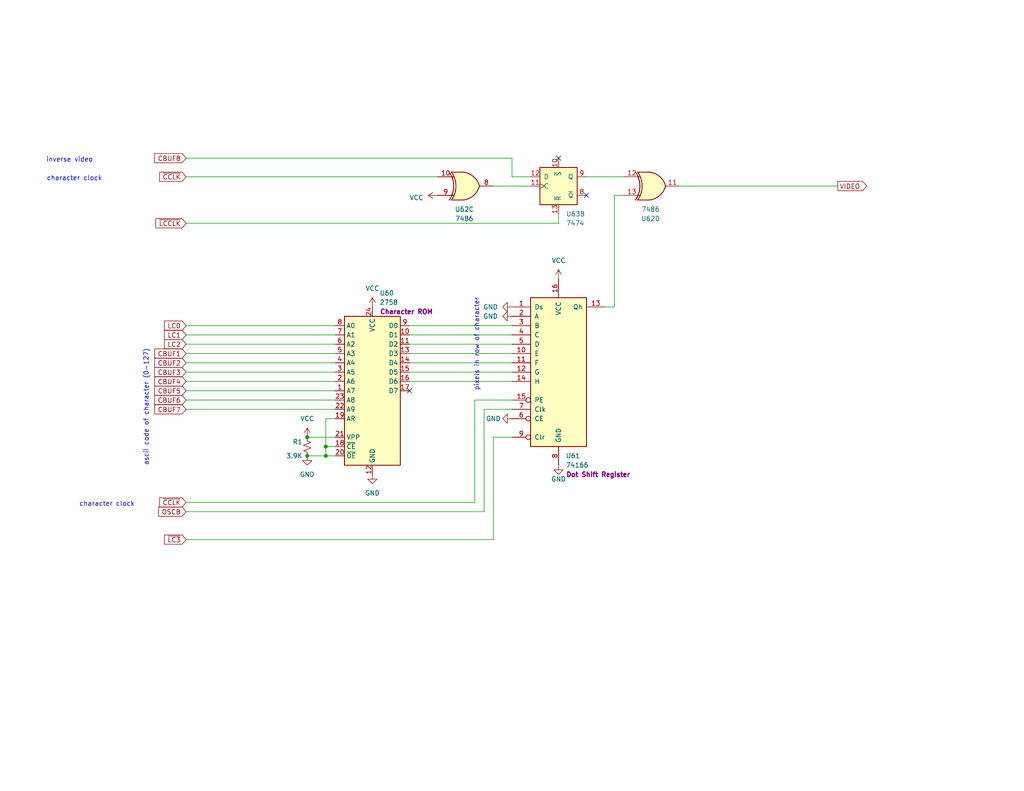
<source format=kicad_sch>
(kicad_sch (version 20231120) (generator "eeschema") (generator_version "8.0")
  (paper "USLetter")
  (lib_symbols
    (symbol "74xx:74LS166" (pin_names (offset 1.016))
      (property "Reference" "U" (at -7.62 21.59 0))
      (property "Value" "74LS166" (at -7.62 -21.59 0))
      (symbol "74LS166_1_0"
        (pin input line (at -12.7 17.78 0) (length 5.08) (name "Ds") (number "1"))
        (pin input line (at -12.7 5.08 0) (length 5.08) (name "E") (number "10"))
        (pin input line (at -12.7 2.54 0) (length 5.08) (name "F") (number "11"))
        (pin input line (at -12.7 0 0) (length 5.08) (name "G") (number "12"))
        (pin output line (at 12.7 17.78 180) (length 5.08) (name "Qh") (number "13"))
        (pin input line (at -12.7 -2.54 0) (length 5.08) (name "H") (number "14"))
        (pin input inverted (at -12.7 -7.62 0) (length 5.08) (name "PE") (number "15"))
        (pin power_in line (at 0 25.4 270) (length 5.08) (name "VCC") (number "16"))
        (pin input line (at -12.7 15.24 0) (length 5.08) (name "A") (number "2"))
        (pin input line (at -12.7 12.7 0) (length 5.08) (name "B") (number "3"))
        (pin input line (at -12.7 10.16 0) (length 5.08) (name "C") (number "4"))
        (pin input line (at -12.7 7.62 0) (length 5.08) (name "D") (number "5"))
        (pin input inverted (at -12.7 -12.7 0) (length 5.08) (name "CE") (number "6"))
        (pin input line (at -12.7 -10.16 0) (length 5.08) (name "Clk") (number "7"))
        (pin power_in line (at 0 -25.4 90) (length 5.08) (name "GND") (number "8"))
        (pin input inverted (at -12.7 -17.78 0) (length 5.08) (name "Clr") (number "9"))
      )
      (symbol "74LS166_1_1"
        (rectangle (start -7.62 20.32) (end 7.62 -20.32) (stroke (width 0.254)) (fill (type background)))
      )
    )
    (symbol "74xx:74LS74" (pin_names (offset 1.016))
      (property "Reference" "U" (at -7.62 8.89 0))
      (property "Value" "74LS74" (at -7.62 -8.89 0))
      (symbol "74LS74_1_0"
        (pin input line (at 0 -7.62 90) (length 2.54) (name "~{R}") (number "1"))
        (pin input line (at -7.62 2.54 0) (length 2.54) (name "D") (number "2"))
        (pin input clock (at -7.62 0 0) (length 2.54) (name "C") (number "3"))
        (pin input line (at 0 7.62 270) (length 2.54) (name "~{S}") (number "4"))
        (pin output line (at 7.62 2.54 180) (length 2.54) (name "Q") (number "5"))
        (pin output line (at 7.62 -2.54 180) (length 2.54) (name "~{Q}") (number "6"))
      )
      (symbol "74LS74_1_1"
        (rectangle (start -5.08 5.08) (end 5.08 -5.08) (stroke (width 0.254)) (fill (type background)))
      )
      (symbol "74LS74_2_0"
        (pin input line (at 0 7.62 270) (length 2.54) (name "~{S}") (number "10"))
        (pin input clock (at -7.62 0 0) (length 2.54) (name "C") (number "11"))
        (pin input line (at -7.62 2.54 0) (length 2.54) (name "D") (number "12"))
        (pin input line (at 0 -7.62 90) (length 2.54) (name "~{R}") (number "13"))
        (pin output line (at 7.62 -2.54 180) (length 2.54) (name "~{Q}") (number "8"))
        (pin output line (at 7.62 2.54 180) (length 2.54) (name "Q") (number "9"))
      )
      (symbol "74LS74_2_1"
        (rectangle (start -5.08 5.08) (end 5.08 -5.08) (stroke (width 0.254)) (fill (type background)))
      )
      (symbol "74LS74_3_0"
        (pin power_in line (at 0 10.16 270) (length 2.54) (name "VCC") (number "14"))
        (pin power_in line (at 0 -10.16 90) (length 2.54) (name "GND") (number "7"))
      )
      (symbol "74LS74_3_1"
        (rectangle (start -5.08 7.62) (end 5.08 -7.62) (stroke (width 0.254)) (fill (type background)))
      )
    )
    (symbol "74xx:74LS86" (pin_names (offset 1.016))
      (property "Reference" "U" (at 0 1.27 0))
      (property "Value" "74LS86" (at 0 -1.27 0))
      (symbol "74LS86_1_0"
        (arc (start -4.4196 -3.81) (mid -3.2033 0) (end -4.4196 3.81) (stroke (width 0.254)))
        (arc (start -3.81 -3.81) (mid -2.589 0) (end -3.81 3.81) (stroke (width 0.254)))
        (arc (start -0.6096 -3.81) (mid 2.1855 -2.584) (end 3.81 0) (stroke (width 0.254)) (fill (type background)))
        (polyline (pts (xy -3.81 -3.81) (xy -0.635 -3.81)) (stroke (width 0.254)) (fill (type background)))
        (polyline (pts (xy -3.81 3.81) (xy -0.635 3.81)) (stroke (width 0.254)) (fill (type background)))
        (polyline (pts (xy -0.635 3.81) (xy -3.81 3.81) (xy -3.81 3.81) (xy -3.556 3.4036) (xy -3.0226 2.2606) (xy -2.6924 1.0414) (xy -2.6162 -0.254) (xy -2.7686 -1.4986) (xy -3.175 -2.7178) (xy -3.81 -3.81) (xy -3.81 -3.81) (xy -0.635 -3.81)) (stroke (width -25.4)) (fill (type background)))
        (arc (start 3.81 0) (mid 2.1928 2.5925) (end -0.6096 3.81) (stroke (width 0.254)) (fill (type background)))
        (pin input line (at -7.62 2.54 0) (length 4.445) (name "~") (number "1"))
        (pin input line (at -7.62 -2.54 0) (length 4.445) (name "~") (number "2"))
        (pin output line (at 7.62 0 180) (length 3.81) (name "~") (number "3"))
      )
      (symbol "74LS86_1_1"
        (polyline (pts (xy -3.81 -2.54) (xy -3.175 -2.54)) (stroke (width 0.1524)))
        (polyline (pts (xy -3.81 2.54) (xy -3.175 2.54)) (stroke (width 0.1524)))
      )
      (symbol "74LS86_2_0"
        (arc (start -4.4196 -3.81) (mid -3.2033 0) (end -4.4196 3.81) (stroke (width 0.254)))
        (arc (start -3.81 -3.81) (mid -2.589 0) (end -3.81 3.81) (stroke (width 0.254)))
        (arc (start -0.6096 -3.81) (mid 2.1855 -2.584) (end 3.81 0) (stroke (width 0.254)) (fill (type background)))
        (polyline (pts (xy -3.81 -3.81) (xy -0.635 -3.81)) (stroke (width 0.254)) (fill (type background)))
        (polyline (pts (xy -3.81 3.81) (xy -0.635 3.81)) (stroke (width 0.254)) (fill (type background)))
        (polyline (pts (xy -0.635 3.81) (xy -3.81 3.81) (xy -3.81 3.81) (xy -3.556 3.4036) (xy -3.0226 2.2606) (xy -2.6924 1.0414) (xy -2.6162 -0.254) (xy -2.7686 -1.4986) (xy -3.175 -2.7178) (xy -3.81 -3.81) (xy -3.81 -3.81) (xy -0.635 -3.81)) (stroke (width -25.4)) (fill (type background)))
        (arc (start 3.81 0) (mid 2.1928 2.5925) (end -0.6096 3.81) (stroke (width 0.254)) (fill (type background)))
        (pin input line (at -7.62 2.54 0) (length 4.445) (name "~") (number "4"))
        (pin input line (at -7.62 -2.54 0) (length 4.445) (name "~") (number "5"))
        (pin output line (at 7.62 0 180) (length 3.81) (name "~") (number "6"))
      )
      (symbol "74LS86_2_1"
        (polyline (pts (xy -3.81 -2.54) (xy -3.175 -2.54)) (stroke (width 0.1524)))
        (polyline (pts (xy -3.81 2.54) (xy -3.175 2.54)) (stroke (width 0.1524)))
      )
      (symbol "74LS86_3_0"
        (arc (start -4.4196 -3.81) (mid -3.2033 0) (end -4.4196 3.81) (stroke (width 0.254)))
        (arc (start -3.81 -3.81) (mid -2.589 0) (end -3.81 3.81) (stroke (width 0.254)))
        (arc (start -0.6096 -3.81) (mid 2.1855 -2.584) (end 3.81 0) (stroke (width 0.254)) (fill (type background)))
        (polyline (pts (xy -3.81 -3.81) (xy -0.635 -3.81)) (stroke (width 0.254)) (fill (type background)))
        (polyline (pts (xy -3.81 3.81) (xy -0.635 3.81)) (stroke (width 0.254)) (fill (type background)))
        (polyline (pts (xy -0.635 3.81) (xy -3.81 3.81) (xy -3.81 3.81) (xy -3.556 3.4036) (xy -3.0226 2.2606) (xy -2.6924 1.0414) (xy -2.6162 -0.254) (xy -2.7686 -1.4986) (xy -3.175 -2.7178) (xy -3.81 -3.81) (xy -3.81 -3.81) (xy -0.635 -3.81)) (stroke (width -25.4)) (fill (type background)))
        (arc (start 3.81 0) (mid 2.1928 2.5925) (end -0.6096 3.81) (stroke (width 0.254)) (fill (type background)))
        (pin input line (at -7.62 -2.54 0) (length 4.445) (name "~") (number "10"))
        (pin output line (at 7.62 0 180) (length 3.81) (name "~") (number "8"))
        (pin input line (at -7.62 2.54 0) (length 4.445) (name "~") (number "9"))
      )
      (symbol "74LS86_3_1"
        (polyline (pts (xy -3.81 -2.54) (xy -3.175 -2.54)) (stroke (width 0.1524)))
        (polyline (pts (xy -3.81 2.54) (xy -3.175 2.54)) (stroke (width 0.1524)))
      )
      (symbol "74LS86_4_0"
        (arc (start -4.4196 -3.81) (mid -3.2033 0) (end -4.4196 3.81) (stroke (width 0.254)))
        (arc (start -3.81 -3.81) (mid -2.589 0) (end -3.81 3.81) (stroke (width 0.254)))
        (arc (start -0.6096 -3.81) (mid 2.1855 -2.584) (end 3.81 0) (stroke (width 0.254)) (fill (type background)))
        (polyline (pts (xy -3.81 -3.81) (xy -0.635 -3.81)) (stroke (width 0.254)) (fill (type background)))
        (polyline (pts (xy -3.81 3.81) (xy -0.635 3.81)) (stroke (width 0.254)) (fill (type background)))
        (polyline (pts (xy -0.635 3.81) (xy -3.81 3.81) (xy -3.81 3.81) (xy -3.556 3.4036) (xy -3.0226 2.2606) (xy -2.6924 1.0414) (xy -2.6162 -0.254) (xy -2.7686 -1.4986) (xy -3.175 -2.7178) (xy -3.81 -3.81) (xy -3.81 -3.81) (xy -0.635 -3.81)) (stroke (width -25.4)) (fill (type background)))
        (arc (start 3.81 0) (mid 2.1928 2.5925) (end -0.6096 3.81) (stroke (width 0.254)) (fill (type background)))
        (pin output line (at 7.62 0 180) (length 3.81) (name "~") (number "11"))
        (pin input line (at -7.62 2.54 0) (length 4.445) (name "~") (number "12"))
        (pin input line (at -7.62 -2.54 0) (length 4.445) (name "~") (number "13"))
      )
      (symbol "74LS86_4_1"
        (polyline (pts (xy -3.81 -2.54) (xy -3.175 -2.54)) (stroke (width 0.1524)))
        (polyline (pts (xy -3.81 2.54) (xy -3.175 2.54)) (stroke (width 0.1524)))
      )
      (symbol "74LS86_5_0"
        (pin power_in line (at 0 12.7 270) (length 5.08) (name "VCC") (number "14"))
        (pin power_in line (at 0 -12.7 90) (length 5.08) (name "GND") (number "7"))
      )
      (symbol "74LS86_5_1"
        (rectangle (start -5.08 7.62) (end 5.08 -7.62) (stroke (width 0.254)) (fill (type background)))
      )
    )
    (symbol "Device:R_Small_US" (pin_numbers hide) (pin_names (offset 0.254) hide)
      (property "Reference" "R" (at 0.762 0.508 0))
      (property "Value" "R_Small_US" (at 0.762 -1.016 0))
      (symbol "R_Small_US_1_1"
        (polyline (pts (xy 0 0) (xy 1.016 -0.381) (xy 0 -0.762) (xy -1.016 -1.143) (xy 0 -1.524)))
        (polyline (pts (xy 0 1.524) (xy 1.016 1.143) (xy 0 0.762) (xy -1.016 0.381) (xy 0 0)))
        (pin passive line (at 0 2.54 270) (length 1.016) (name "~") (number "1"))
        (pin passive line (at 0 -2.54 90) (length 1.016) (name "~") (number "2"))
      )
    )
    (symbol "ambassador:2758"
      (property "Reference" "U" (at -7.62 21.59 0))
      (property "Value" "2758" (at 2.54 -21.59 0))
      (symbol "2758_1_1"
        (rectangle (start -7.62 20.32) (end 7.62 -20.32) (stroke (width 0.254)) (fill (type background)))
        (pin input line (at -10.16 0 0) (length 2.54) (name "A7") (number "1"))
        (pin tri_state line (at 10.16 15.24 180) (length 2.54) (name "D1") (number "10"))
        (pin tri_state line (at 10.16 12.7 180) (length 2.54) (name "D2") (number "11"))
        (pin power_in line (at 0 -22.86 90) (length 2.54) (name "GND") (number "12"))
        (pin tri_state line (at 10.16 10.16 180) (length 2.54) (name "D3") (number "13"))
        (pin tri_state line (at 10.16 7.62 180) (length 2.54) (name "D4") (number "14"))
        (pin tri_state line (at 10.16 5.08 180) (length 2.54) (name "D5") (number "15"))
        (pin tri_state line (at 10.16 2.54 180) (length 2.54) (name "D6") (number "16"))
        (pin tri_state line (at 10.16 0 180) (length 2.54) (name "D7") (number "17"))
        (pin input line (at -10.16 -15.24 0) (length 2.54) (name "~{CE}") (number "18"))
        (pin input line (at -10.16 -7.62 0) (length 2.54) (name "AR") (number "19"))
        (pin input line (at -10.16 2.54 0) (length 2.54) (name "A6") (number "2"))
        (pin input line (at -10.16 -17.78 0) (length 2.54) (name "~{OE}") (number "20"))
        (pin input line (at -10.16 -12.7 0) (length 2.54) (name "VPP") (number "21"))
        (pin input line (at -10.16 -5.08 0) (length 2.54) (name "A9") (number "22"))
        (pin input line (at -10.16 -2.54 0) (length 2.54) (name "A8") (number "23"))
        (pin power_in line (at 0 22.86 270) (length 2.54) (name "VCC") (number "24"))
        (pin input line (at -10.16 5.08 0) (length 2.54) (name "A5") (number "3"))
        (pin input line (at -10.16 7.62 0) (length 2.54) (name "A4") (number "4"))
        (pin input line (at -10.16 10.16 0) (length 2.54) (name "A3") (number "5"))
        (pin input line (at -10.16 12.7 0) (length 2.54) (name "A2") (number "6"))
        (pin input line (at -10.16 15.24 0) (length 2.54) (name "A1") (number "7"))
        (pin input line (at -10.16 17.78 0) (length 2.54) (name "A0") (number "8"))
        (pin tri_state line (at 10.16 17.78 180) (length 2.54) (name "D0") (number "9"))
      )
    )
    (symbol "power:GND" (power) (pin_names (offset 0))
      (property "Value" "GND" (at 0 -3.81 0))
      (symbol "GND_0_1"
        (polyline (pts (xy 0 0) (xy 0 -1.27) (xy 1.27 -1.27) (xy 0 -2.54) (xy -1.27 -1.27) (xy 0 -1.27)))
      )
      (symbol "GND_1_1"
        (pin power_in line (at 0 0 270) (length 0) hide (name "GND") (number "1"))
      )
    )
    (symbol "power:VCC" (power) (pin_names (offset 0))
      (property "Value" "VCC" (at 0 3.81 0))
      (symbol "VCC_0_1"
        (polyline (pts (xy -0.762 1.27) (xy 0 2.54)))
        (polyline (pts (xy 0 0) (xy 0 2.54)))
        (polyline (pts (xy 0 2.54) (xy 0.762 1.27)))
      )
      (symbol "VCC_1_1"
        (pin power_in line (at 0 0 90) (length 0) hide (name "VCC") (number "1"))
      )
    )
  )
  (junction (at 88.9 124.46))
  (junction (at 83.82 119.38))
  (junction (at 88.9 121.92))
  (junction (at 83.82 124.46))
  (no_connect (at 160.02 53.34))
  (no_connect (at 111.76 106.68))
  (no_connect (at 152.4 43.18))
  (wire (pts (xy 167.64 53.34) (xy 167.64 83.82)))
  (wire (pts (xy 111.76 104.14) (xy 139.7 104.14)))
  (wire (pts (xy 50.8 93.98) (xy 91.44 93.98)))
  (wire (pts (xy 134.62 147.32) (xy 134.62 119.38)))
  (wire (pts (xy 111.76 99.06) (xy 139.7 99.06)))
  (wire (pts (xy 88.9 121.92) (xy 91.44 121.92)))
  (wire (pts (xy 83.82 119.38) (xy 91.44 119.38)))
  (wire (pts (xy 167.64 83.82) (xy 165.1 83.82)))
  (wire (pts (xy 50.8 99.06) (xy 91.44 99.06)))
  (wire (pts (xy 91.44 106.68) (xy 50.8 106.68)))
  (wire (pts (xy 228.6 50.8) (xy 185.42 50.8)))
  (wire (pts (xy 88.9 124.46) (xy 91.44 124.46)))
  (wire (pts (xy 152.4 60.96) (xy 152.4 58.42)))
  (wire (pts (xy 132.08 139.7) (xy 132.08 111.76)))
  (wire (pts (xy 139.7 48.26) (xy 144.78 48.26)))
  (wire (pts (xy 111.76 93.98) (xy 139.7 93.98)))
  (wire (pts (xy 111.76 91.44) (xy 139.7 91.44)))
  (wire (pts (xy 91.44 111.76) (xy 50.8 111.76)))
  (wire (pts (xy 111.76 101.6) (xy 139.7 101.6)))
  (wire (pts (xy 129.54 137.16) (xy 129.54 109.22)))
  (wire (pts (xy 91.44 109.22) (xy 50.8 109.22)))
  (wire (pts (xy 50.8 147.32) (xy 134.62 147.32)))
  (wire (pts (xy 129.54 109.22) (xy 139.7 109.22)))
  (wire (pts (xy 88.9 114.3) (xy 88.9 121.92)))
  (wire (pts (xy 88.9 114.3) (xy 91.44 114.3)))
  (wire (pts (xy 132.08 111.76) (xy 139.7 111.76)))
  (wire (pts (xy 134.62 50.8) (xy 144.78 50.8)))
  (wire (pts (xy 50.8 60.96) (xy 152.4 60.96)))
  (wire (pts (xy 139.7 43.18) (xy 139.7 48.26)))
  (wire (pts (xy 83.82 124.46) (xy 88.9 124.46)))
  (wire (pts (xy 50.8 139.7) (xy 132.08 139.7)))
  (wire (pts (xy 50.8 104.14) (xy 91.44 104.14)))
  (wire (pts (xy 134.62 119.38) (xy 139.7 119.38)))
  (wire (pts (xy 50.8 43.18) (xy 139.7 43.18)))
  (wire (pts (xy 50.8 101.6) (xy 91.44 101.6)))
  (wire (pts (xy 160.02 48.26) (xy 170.18 48.26)))
  (wire (pts (xy 88.9 124.46) (xy 88.9 121.92)))
  (wire (pts (xy 167.64 53.34) (xy 170.18 53.34)))
  (wire (pts (xy 111.76 96.52) (xy 139.7 96.52)))
  (wire (pts (xy 50.8 48.26) (xy 119.38 48.26)))
  (wire (pts (xy 50.8 91.44) (xy 91.44 91.44)))
  (wire (pts (xy 50.8 137.16) (xy 129.54 137.16)))
  (wire (pts (xy 111.76 88.9) (xy 139.7 88.9)))
  (wire (pts (xy 50.8 96.52) (xy 91.44 96.52)))
  (wire (pts (xy 50.8 88.9) (xy 91.44 88.9)))
  (text "ascii code of character (0-127)" (at 40.64 95.25 90) (effects (font (size 1.27 1.27)) (justify right bottom)))
  (text "inverse video" (at 25.4 44.45 0) (effects (font (size 1.27 1.27)) (justify right bottom)))
  (text "character clock" (at 12.7 49.53 0) (effects (font (size 1.27 1.27)) (justify left bottom)))
  (text "character clock" (at 21.59 138.43 0) (effects (font (size 1.27 1.27)) (justify left bottom)))
  (text "pixels in row of character" (at 130.81 81.28 90) (effects (font (size 1.27 1.27)) (justify right bottom)))
  (global_label "CBUF6" (shape input) (at 50.8 109.22 180) (property "Intersheetrefs" "${INTERSHEET_REFS}" (effects (hide yes))))
  (global_label "CBUF3" (shape input) (at 50.8 101.6 180) (property "Intersheetrefs" "${INTERSHEET_REFS}" (effects (hide yes))))
  (global_label "~{LCCLK}" (shape input) (at 50.8 60.96 180) (property "Intersheetrefs" "${INTERSHEET_REFS}" (effects (hide yes))))
  (global_label "OSCB" (shape input) (at 50.8 139.7 180) (property "Intersheetrefs" "${INTERSHEET_REFS}" (effects (hide yes))))
  (global_label "CBUF7" (shape input) (at 50.8 111.76 180) (property "Intersheetrefs" "${INTERSHEET_REFS}" (effects (hide yes))))
  (global_label "LC2" (shape input) (at 50.8 93.98 180) (property "Intersheetrefs" "${INTERSHEET_REFS}" (effects (hide yes))))
  (global_label "~{CCLK}" (shape input) (at 50.8 137.16 180) (property "Intersheetrefs" "${INTERSHEET_REFS}" (effects (hide yes))))
  (global_label "LC0" (shape input) (at 50.8 88.9 180) (property "Intersheetrefs" "${INTERSHEET_REFS}" (effects (hide yes))))
  (global_label "CBUF2" (shape input) (at 50.8 99.06 180) (property "Intersheetrefs" "${INTERSHEET_REFS}" (effects (hide yes))))
  (global_label "~{CCLK}" (shape input) (at 50.8 48.26 180) (property "Intersheetrefs" "${INTERSHEET_REFS}" (effects (hide yes))))
  (global_label "VIDEO" (shape output) (at 228.6 50.8 0) (property "Intersheetrefs" "${INTERSHEET_REFS}" (effects (hide yes))))
  (global_label "CBUF4" (shape input) (at 50.8 104.14 180) (property "Intersheetrefs" "${INTERSHEET_REFS}" (effects (hide yes))))
  (global_label "CBUF1" (shape input) (at 50.8 96.52 180) (property "Intersheetrefs" "${INTERSHEET_REFS}" (effects (hide yes))))
  (global_label "CBUF8" (shape input) (at 50.8 43.18 180) (property "Intersheetrefs" "${INTERSHEET_REFS}" (effects (hide yes))))
  (global_label "~{LC3}" (shape input) (at 50.8 147.32 180) (property "Intersheetrefs" "${INTERSHEET_REFS}" (effects (hide yes))))
  (global_label "LC1" (shape input) (at 50.8 91.44 180) (property "Intersheetrefs" "${INTERSHEET_REFS}" (effects (hide yes))))
  (global_label "CBUF5" (shape input) (at 50.8 106.68 180) (property "Intersheetrefs" "${INTERSHEET_REFS}" (effects (hide yes))))
  (symbol (lib_id "power:GND") (at 152.4 127 0) (unit 1)
    (property "Reference" "#PWR0233" (effects (hide yes)))
    (property "Value" "GND" (at 152.4 130.81 0))
  )
  (symbol (lib_id "power:VCC") (at 83.82 119.38 0) (unit 1)
    (property "Reference" "#PWR0163" (effects (hide yes)))
    (property "Value" "VCC" (at 83.82 114.3 0))
  )
  (symbol (lib_id "power:GND") (at 101.6 129.54 0) (unit 1)
    (property "Reference" "#PWR0168" (effects (hide yes)))
    (property "Value" "GND" (at 101.6 134.62 0))
  )
  (symbol (lib_id "power:GND") (at 83.82 124.46 0) (unit 1)
    (property "Reference" "#PWR0164" (effects (hide yes)))
    (property "Value" "GND" (at 83.82 129.54 0))
  )
  (symbol (lib_id "power:GND") (at 139.7 86.36 270) (unit 1)
    (property "Reference" "#PWR0161" (effects (hide yes)))
    (property "Value" "GND" (at 135.89 86.3599 90) (effects (justify right)))
  )
  (symbol (lib_id "power:VCC") (at 152.4 76.2 0) (unit 1)
    (property "Reference" "#PWR0169" (effects (hide yes)))
    (property "Value" "VCC" (at 152.4 71.12 0))
  )
  (symbol (lib_id "power:VCC") (at 101.6 83.82 0) (unit 1)
    (property "Reference" "#PWR0165" (effects (hide yes)))
    (property "Value" "VCC" (at 101.6 78.74 0))
  )
  (symbol (lib_id "power:GND") (at 139.7 83.82 270) (unit 1)
    (property "Reference" "#PWR0160" (effects (hide yes)))
    (property "Value" "GND" (at 135.89 83.8199 90) (effects (justify right)))
  )
  (symbol (lib_id "74xx:74LS86") (at 127 50.8 0) (mirror x) (unit 3)
    (property "Reference" "U62" (at 126.6952 57.15 0))
    (property "Value" "7486" (at 126.6952 59.69 0))
    (property "Footprint" "Package_DIP:DIP-14_W7.62mm" (effects (hide yes)))
    (property "Datasheet" "https://www.ti.com/lit/ds/symlink/sn74ls86a.pdf" (effects (hide yes)))
  )
  (symbol (lib_id "ambassador:2758") (at 101.6 106.68 0) (unit 1)
    (property "Reference" "U60" (at 103.5559 80.01 0) (effects (justify left)))
    (property "Value" "2758" (at 103.5559 82.55 0) (effects (justify left)))
    (property "Footprint" "Package_DIP:DIP-24_W15.24mm" (effects (hide yes)))
    (property "Label" "Character ROM" (at 103.5559 85.09 0) (effects (font (bold yes)) (justify left)))
  )
  (symbol (lib_id "74xx:74LS86") (at 177.8 50.8 0) (unit 4)
    (property "Reference" "U62" (at 177.4952 59.69 0))
    (property "Value" "7486" (at 177.4952 57.15 0))
    (property "Footprint" "Package_DIP:DIP-14_W7.62mm" (effects (hide yes)))
    (property "Datasheet" "https://www.ti.com/lit/ds/symlink/sn74ls86a.pdf" (effects (hide yes)))
  )
  (symbol (lib_id "power:VCC") (at 119.38 53.34 90) (mirror x) (unit 1)
    (property "Reference" "#PWR0156" (effects (hide yes)))
    (property "Value" "VCC" (at 115.57 53.975 90) (effects (justify left)))
  )
  (symbol (lib_id "74xx:74LS166") (at 152.4 101.6 0) (unit 1)
    (property "Reference" "U61" (at 154.3559 124.46 0) (effects (justify left)))
    (property "Value" "74166" (at 154.3559 127 0) (effects (justify left)))
    (property "Footprint" "Package_DIP:DIP-16_W7.62mm" (effects (hide yes)))
    (property "Datasheet" "https://www.ti.com/lit/ds/symlink/sn74ls166a.pdf" (effects (hide yes)))
    (property "Label" "Dot Shift Register" (at 154.3559 129.54 0) (effects (font (bold yes)) (justify left)))
  )
  (symbol (lib_id "Device:R_Small_US") (at 83.82 121.92 180) (unit 1)
    (property "Reference" "R1" (at 82.55 120.65 0) (effects (justify left)))
    (property "Value" "3.9K" (at 82.55 124.46 0) (effects (justify left)))
    (property "Footprint" "Resistor_THT:R_Axial_DIN0309_L9.0mm_D3.2mm_P12.70mm_Horizontal" (effects (hide yes)))
  )
  (symbol (lib_id "power:GND") (at 139.7 114.3 270) (unit 1)
    (property "Reference" "#PWR0166" (effects (hide yes)))
    (property "Value" "GND" (at 134.62 114.3 90))
  )
  (symbol (lib_id "74xx:74LS74") (at 152.4 50.8 0) (unit 2)
    (property "Reference" "U63" (at 154.4194 58.42 0) (effects (justify left)))
    (property "Value" "7474" (at 154.4194 60.96 0) (effects (justify left)))
    (property "Footprint" "Package_DIP:DIP-14_W7.62mm" (effects (hide yes)))
    (property "Datasheet" "https://www.ti.com/lit/ds/symlink/sn74ls74a.pdf" (effects (hide yes)))
  )
)
</source>
